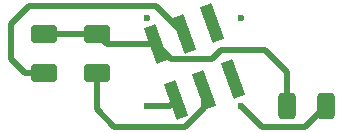
<source format=gbr>
%TF.GenerationSoftware,KiCad,Pcbnew,8.0.8*%
%TF.CreationDate,2025-05-05T01:26:33-03:00*%
%TF.ProjectId,Sao_Bandaid,53616f5f-4261-46e6-9461-69642e6b6963,rev?*%
%TF.SameCoordinates,Original*%
%TF.FileFunction,Copper,L2,Bot*%
%TF.FilePolarity,Positive*%
%FSLAX46Y46*%
G04 Gerber Fmt 4.6, Leading zero omitted, Abs format (unit mm)*
G04 Created by KiCad (PCBNEW 8.0.8) date 2025-05-05 01:26:33*
%MOMM*%
%LPD*%
G01*
G04 APERTURE LIST*
G04 Aperture macros list*
%AMRoundRect*
0 Rectangle with rounded corners*
0 $1 Rounding radius*
0 $2 $3 $4 $5 $6 $7 $8 $9 X,Y pos of 4 corners*
0 Add a 4 corners polygon primitive as box body*
4,1,4,$2,$3,$4,$5,$6,$7,$8,$9,$2,$3,0*
0 Add four circle primitives for the rounded corners*
1,1,$1+$1,$2,$3*
1,1,$1+$1,$4,$5*
1,1,$1+$1,$6,$7*
1,1,$1+$1,$8,$9*
0 Add four rect primitives between the rounded corners*
20,1,$1+$1,$2,$3,$4,$5,0*
20,1,$1+$1,$4,$5,$6,$7,0*
20,1,$1+$1,$6,$7,$8,$9,0*
20,1,$1+$1,$8,$9,$2,$3,0*%
%AMRotRect*
0 Rectangle, with rotation*
0 The origin of the aperture is its center*
0 $1 length*
0 $2 width*
0 $3 Rotation angle, in degrees counterclockwise*
0 Add horizontal line*
21,1,$1,$2,0,0,$3*%
G04 Aperture macros list end*
%TA.AperFunction,SMDPad,CuDef*%
%ADD10RotRect,1.041400X3.200400X200.000000*%
%TD*%
%TA.AperFunction,SMDPad,CuDef*%
%ADD11RoundRect,0.288462X-0.461538X-0.811538X0.461538X-0.811538X0.461538X0.811538X-0.461538X0.811538X0*%
%TD*%
%TA.AperFunction,SMDPad,CuDef*%
%ADD12RoundRect,0.288462X0.811538X-0.461538X0.811538X0.461538X-0.811538X0.461538X-0.811538X-0.461538X0*%
%TD*%
%TA.AperFunction,ViaPad*%
%ADD13C,0.600000*%
%TD*%
%TA.AperFunction,Conductor*%
%ADD14C,0.500000*%
%TD*%
G04 APERTURE END LIST*
D10*
%TO.P,J1,1,GPIO1*%
%TO.N,unconnected-(J1-GPIO1-Pad1)*%
X150523219Y-92733547D03*
%TO.P,J1,2,GPIO2*%
%TO.N,unconnected-(J1-GPIO2-Pad2)*%
X152250420Y-97478993D03*
%TO.P,J1,3,SDA*%
%TO.N,Net-(J1-SDA)*%
X148136399Y-93602278D03*
%TO.P,J1,4,SCL*%
%TO.N,Net-(J1-SCL)*%
X149863601Y-98347724D03*
%TO.P,J1,5,3V3*%
%TO.N,+3V3*%
X145749580Y-94471009D03*
%TO.P,J1,6,GND*%
%TO.N,GND*%
X147476781Y-99216455D03*
%TD*%
D11*
%TO.P,R1,1*%
%TO.N,+3V3*%
X156850000Y-99750000D03*
%TO.P,R1,2*%
%TO.N,Net-(D1-A)*%
X160150000Y-99750000D03*
%TD*%
D12*
%TO.P,R2,1*%
%TO.N,Net-(J1-SCL)*%
X140750000Y-96900000D03*
%TO.P,R2,2*%
%TO.N,+3V3*%
X140750000Y-93600000D03*
%TD*%
%TO.P,R3,1*%
%TO.N,Net-(J1-SDA)*%
X136250000Y-96900000D03*
%TO.P,R3,2*%
%TO.N,+3V3*%
X136250000Y-93600000D03*
%TD*%
D13*
%TO.N,*%
X153000000Y-92250000D03*
X145000000Y-92250000D03*
%TO.N,GND*%
X145000000Y-99750000D03*
%TO.N,Net-(D1-A)*%
X153000000Y-99750000D03*
%TD*%
D14*
%TO.N,Net-(J1-SCL)*%
X149863601Y-98347724D02*
X149863601Y-99870148D01*
X148233749Y-101500000D02*
X142250000Y-101500000D01*
X149863601Y-99870148D02*
X148233749Y-101500000D01*
X142250000Y-101500000D02*
X140750000Y-100000000D01*
X140750000Y-100000000D02*
X140750000Y-96900000D01*
%TO.N,Net-(J1-SDA)*%
X148136399Y-93602278D02*
X145784121Y-91250000D01*
X145784121Y-91250000D02*
X135000000Y-91250000D01*
X135000000Y-91250000D02*
X133500000Y-92750000D01*
X133500000Y-92750000D02*
X133500000Y-95750000D01*
X133500000Y-95750000D02*
X134650000Y-96900000D01*
X134650000Y-96900000D02*
X136250000Y-96900000D01*
%TO.N,+3V3*%
X145749580Y-94471009D02*
X141621009Y-94471009D01*
X141621009Y-94471009D02*
X140750000Y-93600000D01*
X145749580Y-94471009D02*
X147028571Y-95750000D01*
X147028571Y-95750000D02*
X150500000Y-95750000D01*
X150500000Y-95750000D02*
X151250000Y-95000000D01*
X151250000Y-95000000D02*
X155000000Y-95000000D01*
X155000000Y-95000000D02*
X156850000Y-96850000D01*
X156850000Y-96850000D02*
X156850000Y-99750000D01*
%TO.N,GND*%
X145000000Y-99750000D02*
X146943236Y-99750000D01*
X146943236Y-99750000D02*
X147476781Y-99216455D01*
%TO.N,Net-(D1-A)*%
X153000000Y-99750000D02*
X154750000Y-101500000D01*
X154750000Y-101500000D02*
X158400000Y-101500000D01*
X158400000Y-101500000D02*
X160150000Y-99750000D01*
%TO.N,+3V3*%
X140899998Y-93450002D02*
X140750000Y-93600000D01*
X140750000Y-93600000D02*
X136250000Y-93600000D01*
%TD*%
M02*

</source>
